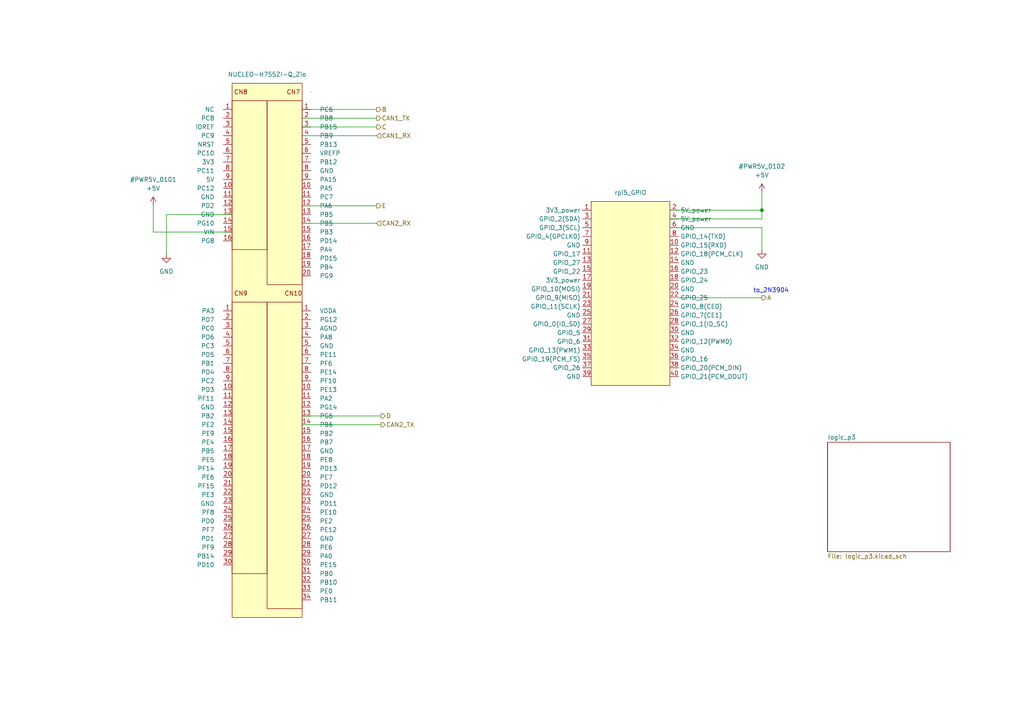
<source format=kicad_sch>
(kicad_sch (version 20211123) (generator eeschema)
  (paper "A4")
  (lib_symbols
    (symbol "power:+5V" (power) (pin_names (offset 0))
      (property "Value" "+5V" (at 0 3.556 0))
      (symbol "+5V_0_1"
        (polyline (pts (xy -0.762 1.27) (xy 0 2.54)))
        (polyline (pts (xy 0 0) (xy 0 2.54)))
        (polyline (pts (xy 0 2.54) (xy 0.762 1.27)))
      )
      (symbol "+5V_1_1"
        (pin power_in line (at 0 0 90) (length 0) hide (name "+5V") (number "1"))
      )
    )
    (symbol "power:GND" (power) (pin_names (offset 0))
      (property "Value" "GND" (at 0 -3.81 0))
      (symbol "GND_0_1"
        (polyline (pts (xy 0 0) (xy 0 -1.27) (xy 1.27 -1.27) (xy 0 -2.54) (xy -1.27 -1.27) (xy 0 -1.27)))
      )
      (symbol "GND_1_1"
        (pin power_in line (at 0 0 270) (length 0) hide (name "GND") (number "1"))
      )
    )
    (symbol "rpi5:rpi5_GPIO"
      (property "Reference" "U" (at 10.16 2.54 0))
      (property "Value" "rpi5_GPIO" (at 2.54 2.54 0))
      (symbol "rpi5_GPIO_0_0"
        (rectangle (start -7.62 0) (end 15.24 -53.34) (fill (type background)))
      )
      (symbol "rpi5_GPIO_1_1"
        (pin power_out line (at -7.62 -2.54 180) (length 2.54) (name "3V3_power") (number "1"))
        (pin bidirectional line (at 15.24 -12.7 0) (length 2.54) (name "GPIO_15(RXD)") (number "10"))
        (pin bidirectional line (at -7.62 -15.24 180) (length 2.54) (name "GPIO_17") (number "11"))
        (pin bidirectional line (at 15.24 -15.24 0) (length 2.54) (name "GPIO_18(PCM_CLK)") (number "12"))
        (pin bidirectional line (at -7.62 -17.78 180) (length 2.54) (name "GPIO_27") (number "13"))
        (pin power_in line (at 15.24 -17.78 0) (length 2.54) (name "GND") (number "14"))
        (pin bidirectional line (at -7.62 -20.32 180) (length 2.54) (name "GPIO_22") (number "15"))
        (pin bidirectional line (at 15.24 -20.32 0) (length 2.54) (name "GPIO_23") (number "16"))
        (pin power_out line (at -7.62 -22.86 180) (length 2.54) (name "3V3_power") (number "17"))
        (pin bidirectional line (at 15.24 -22.86 0) (length 2.54) (name "GPIO_24") (number "18"))
        (pin bidirectional line (at -7.62 -25.4 180) (length 2.54) (name "GPIO_10(MOSI)") (number "19"))
        (pin power_in line (at 15.24 -2.54 0) (length 2.54) (name "5V_power") (number "2"))
        (pin power_in line (at 15.24 -25.4 0) (length 2.54) (name "GND") (number "20"))
        (pin bidirectional line (at -7.62 -27.94 180) (length 2.54) (name "GPIO_9(MISO)") (number "21"))
        (pin bidirectional line (at 15.24 -27.94 0) (length 2.54) (name "GPIO_25") (number "22"))
        (pin bidirectional line (at -7.62 -30.48 180) (length 2.54) (name "GPIO_11(SCLK)") (number "23"))
        (pin bidirectional line (at 15.24 -30.48 0) (length 2.54) (name "GPIO_8(CE0)") (number "24"))
        (pin power_out line (at -7.62 -33.02 180) (length 2.54) (name "GND") (number "25"))
        (pin bidirectional line (at 15.24 -33.02 0) (length 2.54) (name "GPIO_7(CE1)") (number "26"))
        (pin bidirectional line (at -7.62 -35.56 180) (length 2.54) (name "GPIO_0(ID_SD)") (number "27"))
        (pin bidirectional line (at 15.24 -35.56 0) (length 2.54) (name "GPIO_1(ID_SC)") (number "28"))
        (pin bidirectional line (at -7.62 -38.1 180) (length 2.54) (name "GPIO_5") (number "29"))
        (pin bidirectional line (at -7.62 -5.08 180) (length 2.54) (name "GPIO_2(SDA)") (number "3"))
        (pin power_in line (at 15.24 -38.1 0) (length 2.54) (name "GND") (number "30"))
        (pin bidirectional line (at -7.62 -40.64 180) (length 2.54) (name "GPIO_6") (number "31"))
        (pin bidirectional line (at 15.24 -40.64 0) (length 2.54) (name "GPIO_12(PWM0)") (number "32"))
        (pin bidirectional line (at -7.62 -43.18 180) (length 2.54) (name "GPIO_13(PWM1)") (number "33"))
        (pin power_in line (at 15.24 -43.18 0) (length 2.54) (name "GND") (number "34"))
        (pin bidirectional line (at -7.62 -45.72 180) (length 2.54) (name "GPIO_19(PCM_FS)") (number "35"))
        (pin bidirectional line (at 15.24 -45.72 0) (length 2.54) (name "GPIO_16") (number "36"))
        (pin bidirectional line (at -7.62 -48.26 180) (length 2.54) (name "GPIO_26") (number "37"))
        (pin bidirectional line (at 15.24 -48.26 0) (length 2.54) (name "GPIO_20(PCM_DIN)") (number "38"))
        (pin power_in line (at -7.62 -50.8 180) (length 2.54) (name "GND") (number "39"))
        (pin power_in line (at 15.24 -5.08 0) (length 2.54) (name "5V_power") (number "4"))
        (pin bidirectional line (at 15.24 -50.8 0) (length 2.54) (name "GPIO_21(PCM_DOUT)") (number "40"))
        (pin bidirectional line (at -7.62 -7.62 180) (length 2.54) (name "GPIO_3(SCL)") (number "5"))
        (pin power_in line (at 15.24 -7.62 0) (length 2.54) (name "GND") (number "6"))
        (pin bidirectional line (at -7.62 -10.16 180) (length 2.54) (name "GPIO_4(GPCLK0)") (number "7"))
        (pin bidirectional line (at 15.24 -10.16 0) (length 2.54) (name "GPIO_14(TXD)") (number "8"))
        (pin power_in line (at -7.62 -12.7 180) (length 2.54) (name "GND") (number "9"))
      )
    )
    (symbol "stm32h7:NUCLEO-H755ZI-Q_Zio" (pin_names (offset 2.54))
      (property "Reference" "U" (at 12.7 15.24 0))
      (property "Value" "NUCLEO-H755ZI-Q_Zio" (at 0 15.24 0))
      (symbol "NUCLEO-H755ZI-Q_Zio_0_0"
        (rectangle (start -10.16 -50.8) (end 0 -129.54))
        (rectangle (start -10.16 12.7) (end 10.16 -142.24) (fill (type background)))
        (rectangle (start 0 -50.8) (end 10.16 -139.7))
        (rectangle (start 0 7.62) (end 10.16 -45.72))
        (text "CN10" (at 7.62 -48.26 0) (effects (font (size 1.27 1.27))))
        (text "CN7" (at 7.62 10.16 0) (effects (font (size 1.27 1.27))))
        (text "CN8" (at -7.62 10.16 0) (effects (font (size 1.27 1.27))))
        (text "CN9" (at -7.62 -48.26 0) (effects (font (size 1.27 1.27))))
      )
      (symbol "NUCLEO-H755ZI-Q_Zio_0_1"
        (rectangle (start -10.16 7.62) (end 0 -35.56))
        (rectangle (start 12.7 10.16) (end 12.7 10.16))
        (rectangle (start 12.7 10.16) (end 12.7 10.16))
      )
      (symbol "NUCLEO-H755ZI-Q_Zio_1_1"
        (pin bidirectional line (at -10.16 5.08 180) (length 2.54) (name "NC") (number "1"))
        (pin bidirectional line (at -10.16 -53.34 180) (length 2.54) (name "PA3") (number "1"))
        (pin bidirectional line (at 10.16 5.08 0) (length 2.54) (name "PC6") (number "1"))
        (pin power_out line (at 10.16 -53.34 0) (length 2.54) (name "VDDA") (number "1"))
        (pin bidirectional line (at 10.16 -17.78 0) (length 2.54) (name "PA5") (number "10"))
        (pin bidirectional line (at -10.16 -17.78 180) (length 2.54) (name "PC12") (number "10"))
        (pin bidirectional line (at -10.16 -76.2 180) (length 2.54) (name "PD3") (number "10"))
        (pin bidirectional line (at 10.16 -76.2 0) (length 2.54) (name "PE13") (number "10"))
        (pin power_in line (at -10.16 -20.32 180) (length 2.54) (name "GND") (number "11"))
        (pin bidirectional line (at 10.16 -78.74 0) (length 2.54) (name "PA2") (number "11"))
        (pin bidirectional line (at 10.16 -20.32 0) (length 2.54) (name "PC7") (number "11"))
        (pin bidirectional line (at -10.16 -78.74 180) (length 2.54) (name "PF11") (number "11"))
        (pin power_in line (at -10.16 -81.28 180) (length 2.54) (name "GND") (number "12"))
        (pin bidirectional line (at 10.16 -22.86 0) (length 2.54) (name "PA6") (number "12"))
        (pin bidirectional line (at -10.16 -22.86 180) (length 2.54) (name "PD2") (number "12"))
        (pin bidirectional line (at 10.16 -81.28 0) (length 2.54) (name "PG14") (number "12"))
        (pin power_in line (at -10.16 -25.4 180) (length 2.54) (name "GND") (number "13"))
        (pin bidirectional line (at -10.16 -83.82 180) (length 2.54) (name "PB2") (number "13"))
        (pin bidirectional line (at 10.16 -25.4 0) (length 2.54) (name "PB5") (number "13"))
        (pin bidirectional line (at 10.16 -83.82 0) (length 2.54) (name "PG6") (number "13"))
        (pin bidirectional line (at 10.16 -27.94 0) (length 2.54) (name "PB5") (number "14"))
        (pin bidirectional line (at 10.16 -86.36 0) (length 2.54) (name "PB6") (number "14"))
        (pin bidirectional line (at -10.16 -86.36 180) (length 2.54) (name "PE2") (number "14"))
        (pin bidirectional line (at -10.16 -27.94 180) (length 2.54) (name "PG10") (number "14"))
        (pin bidirectional line (at 10.16 -88.9 0) (length 2.54) (name "PB2") (number "15"))
        (pin bidirectional line (at 10.16 -30.48 0) (length 2.54) (name "PB3") (number "15"))
        (pin bidirectional line (at -10.16 -88.9 180) (length 2.54) (name "PE9") (number "15"))
        (pin power_in line (at -10.16 -30.48 180) (length 2.54) (name "VIN") (number "15"))
        (pin bidirectional line (at 10.16 -91.44 0) (length 2.54) (name "PB7") (number "16"))
        (pin bidirectional line (at 10.16 -33.02 0) (length 2.54) (name "PD14") (number "16"))
        (pin bidirectional line (at -10.16 -91.44 180) (length 2.54) (name "PE4") (number "16"))
        (pin bidirectional line (at -10.16 -33.02 180) (length 2.54) (name "PG8") (number "16"))
        (pin power_in line (at 10.16 -93.98 0) (length 2.54) (name "GND") (number "17"))
        (pin bidirectional line (at 10.16 -35.56 0) (length 2.54) (name "PA4") (number "17"))
        (pin bidirectional line (at -10.16 -93.98 180) (length 2.54) (name "PB5") (number "17"))
        (pin bidirectional line (at 10.16 -38.1 0) (length 2.54) (name "PD15") (number "18"))
        (pin bidirectional line (at -10.16 -96.52 180) (length 2.54) (name "PE5") (number "18"))
        (pin bidirectional line (at 10.16 -96.52 0) (length 2.54) (name "PE8") (number "18"))
        (pin bidirectional line (at 10.16 -40.64 0) (length 2.54) (name "PB4") (number "19"))
        (pin bidirectional line (at 10.16 -99.06 0) (length 2.54) (name "PD13") (number "19"))
        (pin bidirectional line (at -10.16 -99.06 180) (length 2.54) (name "PF14") (number "19"))
        (pin bidirectional line (at 10.16 2.54 0) (length 2.54) (name "PB8") (number "2"))
        (pin bidirectional line (at -10.16 2.54 180) (length 2.54) (name "PC8") (number "2"))
        (pin bidirectional line (at -10.16 -55.88 180) (length 2.54) (name "PD7") (number "2"))
        (pin bidirectional line (at 10.16 -55.88 0) (length 2.54) (name "PG12") (number "2"))
        (pin bidirectional line (at -10.16 -101.6 180) (length 2.54) (name "PE6") (number "20"))
        (pin bidirectional line (at 10.16 -101.6 0) (length 2.54) (name "PE7") (number "20"))
        (pin bidirectional line (at 10.16 -43.18 0) (length 2.54) (name "PG9") (number "20"))
        (pin bidirectional line (at 10.16 -104.14 0) (length 2.54) (name "PD12") (number "21"))
        (pin bidirectional line (at -10.16 -104.14 180) (length 2.54) (name "PF15") (number "21"))
        (pin power_in line (at 10.16 -106.68 0) (length 2.54) (name "GND") (number "22"))
        (pin bidirectional line (at -10.16 -106.68 180) (length 2.54) (name "PE3") (number "22"))
        (pin power_in line (at -10.16 -109.22 180) (length 2.54) (name "GND") (number "23"))
        (pin bidirectional line (at 10.16 -109.22 0) (length 2.54) (name "PD11") (number "23"))
        (pin bidirectional line (at 10.16 -111.76 0) (length 2.54) (name "PE10") (number "24"))
        (pin bidirectional line (at -10.16 -111.76 180) (length 2.54) (name "PF8") (number "24"))
        (pin bidirectional line (at -10.16 -114.3 180) (length 2.54) (name "PD0") (number "25"))
        (pin bidirectional line (at 10.16 -114.3 0) (length 2.54) (name "PE2") (number "25"))
        (pin bidirectional line (at 10.16 -116.84 0) (length 2.54) (name "PE12") (number "26"))
        (pin bidirectional line (at -10.16 -116.84 180) (length 2.54) (name "PF7") (number "26"))
        (pin power_in line (at 10.16 -119.38 0) (length 2.54) (name "GND") (number "27"))
        (pin bidirectional line (at -10.16 -119.38 180) (length 2.54) (name "PD1") (number "27"))
        (pin bidirectional line (at 10.16 -121.92 0) (length 2.54) (name "PE6") (number "28"))
        (pin bidirectional line (at -10.16 -121.92 180) (length 2.54) (name "PF9") (number "28"))
        (pin bidirectional line (at 10.16 -124.46 0) (length 2.54) (name "PA0") (number "29"))
        (pin bidirectional line (at -10.16 -124.46 180) (length 2.54) (name "PB14") (number "29"))
        (pin power_in line (at 10.16 -58.42 0) (length 2.54) (name "AGND") (number "3"))
        (pin bidirectional line (at -10.16 0 180) (length 2.54) (name "IOREF") (number "3"))
        (pin bidirectional line (at 10.16 0 0) (length 2.54) (name "PB15") (number "3"))
        (pin bidirectional line (at -10.16 -58.42 180) (length 2.54) (name "PC0") (number "3"))
        (pin bidirectional line (at -10.16 -127 180) (length 2.54) (name "PD10") (number "30"))
        (pin bidirectional line (at 10.16 -127 0) (length 2.54) (name "PE15") (number "30"))
        (pin bidirectional line (at 10.16 -129.54 0) (length 2.54) (name "PB0") (number "31"))
        (pin bidirectional line (at 10.16 -132.08 0) (length 2.54) (name "PB10") (number "32"))
        (pin bidirectional line (at 10.16 -134.62 0) (length 2.54) (name "PE0") (number "33"))
        (pin bidirectional line (at 10.16 -137.16 0) (length 2.54) (name "PB11") (number "34"))
        (pin bidirectional line (at 10.16 -60.96 0) (length 2.54) (name "PA8") (number "4"))
        (pin bidirectional line (at 10.16 -2.54 0) (length 2.54) (name "PB9") (number "4"))
        (pin bidirectional line (at -10.16 -2.54 180) (length 2.54) (name "PC9") (number "4"))
        (pin bidirectional line (at -10.16 -60.96 180) (length 2.54) (name "PD6") (number "4"))
        (pin power_in line (at 10.16 -63.5 0) (length 2.54) (name "GND") (number "5"))
        (pin input line (at -10.16 -5.08 180) (length 2.54) (name "NRST") (number "5"))
        (pin bidirectional line (at 10.16 -5.08 0) (length 2.54) (name "PB13") (number "5"))
        (pin bidirectional line (at -10.16 -63.5 180) (length 2.54) (name "PC3") (number "5"))
        (pin bidirectional line (at -10.16 -7.62 180) (length 2.54) (name "PC10") (number "6"))
        (pin bidirectional line (at -10.16 -66.04 180) (length 2.54) (name "PD5") (number "6"))
        (pin bidirectional line (at 10.16 -66.04 0) (length 2.54) (name "PE11") (number "6"))
        (pin power_in line (at 10.16 -7.62 0) (length 2.54) (name "VREFP") (number "6"))
        (pin power_out line (at -10.16 -10.16 180) (length 2.54) (name "3V3") (number "7"))
        (pin bidirectional line (at -10.16 -68.58 180) (length 2.54) (name "PB1") (number "7"))
        (pin bidirectional line (at 10.16 -10.16 0) (length 2.54) (name "PB12") (number "7"))
        (pin bidirectional line (at 10.16 -68.58 0) (length 2.54) (name "PF6") (number "7"))
        (pin power_in line (at 10.16 -12.7 0) (length 2.54) (name "GND") (number "8"))
        (pin bidirectional line (at -10.16 -12.7 180) (length 2.54) (name "PC11") (number "8"))
        (pin bidirectional line (at -10.16 -71.12 180) (length 2.54) (name "PD4") (number "8"))
        (pin bidirectional line (at 10.16 -71.12 0) (length 2.54) (name "PE14") (number "8"))
        (pin power_out line (at -10.16 -15.24 180) (length 2.54) (name "5V") (number "9"))
        (pin bidirectional line (at 10.16 -15.24 0) (length 2.54) (name "PA15") (number "9"))
        (pin bidirectional line (at -10.16 -73.66 180) (length 2.54) (name "PC2") (number "9"))
        (pin bidirectional line (at 10.16 -73.66 0) (length 2.54) (name "PF10") (number "9"))
      )
    )
  )
  (junction (at 220.98 60.96))
  (wire (pts (xy 44.45 67.31) (xy 44.45 59.69)))
  (wire (pts (xy 67.31 62.23) (xy 48.26 62.23)))
  (wire (pts (xy 220.98 66.04) (xy 220.98 72.39)))
  (wire (pts (xy 87.63 59.69) (xy 109.22 59.69)))
  (wire (pts (xy 220.98 55.88) (xy 220.98 60.96)))
  (wire (pts (xy 87.63 34.29) (xy 109.22 34.29)))
  (wire (pts (xy 220.98 63.5) (xy 220.98 60.96)))
  (wire (pts (xy 87.63 120.65) (xy 110.49 120.65)))
  (wire (pts (xy 194.31 66.04) (xy 220.98 66.04)))
  (wire (pts (xy 87.63 64.77) (xy 109.22 64.77)))
  (wire (pts (xy 87.63 36.83) (xy 109.22 36.83)))
  (wire (pts (xy 67.31 67.31) (xy 44.45 67.31)))
  (wire (pts (xy 194.31 63.5) (xy 220.98 63.5)))
  (wire (pts (xy 87.63 39.37) (xy 109.22 39.37)))
  (wire (pts (xy 87.63 123.19) (xy 110.49 123.19)))
  (wire (pts (xy 48.26 62.23) (xy 48.26 73.66)))
  (wire (pts (xy 194.31 86.36) (xy 220.98 86.36)))
  (wire (pts (xy 220.98 60.96) (xy 194.31 60.96)))
  (wire (pts (xy 87.63 31.75) (xy 109.22 31.75)))
  (text "to_2N3904" (at 218.44 85.09 0) (effects (font (size 1.27 1.27)) (justify left bottom)))
  (hierarchical_label "D" (shape output) (at 110.49 120.65 0))
  (hierarchical_label "B" (shape output) (at 109.22 31.75 0))
  (hierarchical_label "CAN1_TX" (shape output) (at 109.22 34.29 0))
  (hierarchical_label "CAN1_RX" (shape input) (at 109.22 39.37 0))
  (hierarchical_label "CAN2_RX" (shape input) (at 109.22 64.77 0))
  (hierarchical_label "C" (shape output) (at 109.22 36.83 0))
  (hierarchical_label "E" (shape output) (at 109.22 59.69 0))
  (hierarchical_label "A" (shape output) (at 220.98 86.36 0))
  (hierarchical_label "CAN2_TX" (shape output) (at 110.49 123.19 0))
  (symbol (lib_id "stm32h7:NUCLEO-H755ZI-Q_Zio") (at 77.47 36.83 0) (unit 1)
    (property "Reference" "U?" (effects hide))
    (property "Value" "NUCLEO-H755ZI-Q_Zio" (at 77.47 21.59 0))
  )
  (symbol (lib_id "power:+5V") (at 44.45 59.69 0) (unit 1)
    (property "Reference" "#PWR5V_?" (at 44.45 52.07 0))
    (property "Value" "+5V" (at 44.45 54.61 0))
  )
  (symbol (lib_id "power:GND") (at 220.98 72.39 0) (unit 1)
    (property "Reference" "#PWR?" (effects hide))
    (property "Value" "GND" (at 220.98 77.47 0))
  )
  (symbol (lib_id "power:GND") (at 48.26 73.66 0) (unit 1)
    (property "Reference" "#PWR?" (effects hide))
    (property "Value" "GND" (at 48.26 78.74 0))
  )
  (symbol (lib_id "rpi5:rpi5_GPIO") (at 179.07 58.42 0) (unit 1)
    (property "Reference" "U?" (effects hide))
    (property "Value" "rpi5_GPIO" (at 182.88 55.88 0))
  )
  (symbol (lib_id "power:+5V") (at 220.98 55.88 0) (unit 1)
    (property "Reference" "#PWR5V_?" (at 220.98 48.26 0))
    (property "Value" "+5V" (at 220.98 50.8 0))
  )
  (sheet (at 240.03 128.27) (size 35.56 31.75) (stroke (width 0.1524))
    (property "Sheet name" "logic_p3" (at 240.03 127.5584 0) (effects (justify left bottom)))
    (property "Sheet file" "logic_p3.kicad_sch" (at 240.03 160.6046 0) (effects (justify left top)))
  )
)
</source>
